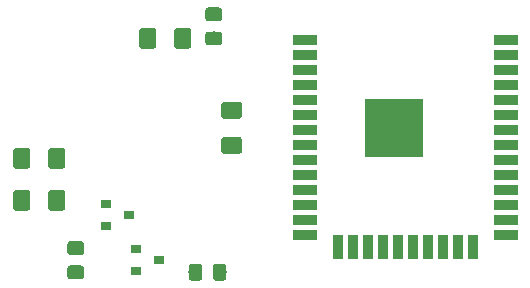
<source format=gbr>
G04 #@! TF.GenerationSoftware,KiCad,Pcbnew,5.1.4-e60b266~84~ubuntu19.04.1*
G04 #@! TF.CreationDate,2019-10-25T19:11:23+03:00*
G04 #@! TF.ProjectId,temp_monitor,74656d70-5f6d-46f6-9e69-746f722e6b69,rev?*
G04 #@! TF.SameCoordinates,Original*
G04 #@! TF.FileFunction,Paste,Top*
G04 #@! TF.FilePolarity,Positive*
%FSLAX46Y46*%
G04 Gerber Fmt 4.6, Leading zero omitted, Abs format (unit mm)*
G04 Created by KiCad (PCBNEW 5.1.4-e60b266~84~ubuntu19.04.1) date 2019-10-25 19:11:23*
%MOMM*%
%LPD*%
G04 APERTURE LIST*
%ADD10R,5.000000X5.000000*%
%ADD11R,2.000000X0.900000*%
%ADD12R,0.900000X2.000000*%
%ADD13C,0.100000*%
%ADD14C,1.425000*%
%ADD15R,0.900000X0.800000*%
%ADD16C,1.150000*%
G04 APERTURE END LIST*
D10*
X126000000Y-97035000D03*
D11*
X118500000Y-89535000D03*
X118500000Y-90805000D03*
X118500000Y-92075000D03*
X118500000Y-93345000D03*
X118500000Y-94615000D03*
X118500000Y-95885000D03*
X118500000Y-97155000D03*
X118500000Y-98425000D03*
X118500000Y-99695000D03*
X118500000Y-100965000D03*
X118500000Y-102235000D03*
X118500000Y-103505000D03*
X118500000Y-104775000D03*
X118500000Y-106045000D03*
D12*
X121285000Y-107045000D03*
X122555000Y-107045000D03*
X123825000Y-107045000D03*
X125095000Y-107045000D03*
X126365000Y-107045000D03*
X127635000Y-107045000D03*
X128905000Y-107045000D03*
X130175000Y-107045000D03*
X131445000Y-107045000D03*
X132715000Y-107045000D03*
D11*
X135500000Y-106045000D03*
X135500000Y-104775000D03*
X135500000Y-103505000D03*
X135500000Y-102235000D03*
X135500000Y-100965000D03*
X135500000Y-99695000D03*
X135500000Y-98425000D03*
X135500000Y-97155000D03*
X135500000Y-95885000D03*
X135500000Y-94615000D03*
X135500000Y-93345000D03*
X135500000Y-92075000D03*
X135500000Y-90805000D03*
X135500000Y-89535000D03*
D13*
G36*
X112917504Y-94792704D02*
G01*
X112941773Y-94796304D01*
X112965571Y-94802265D01*
X112988671Y-94810530D01*
X113010849Y-94821020D01*
X113031893Y-94833633D01*
X113051598Y-94848247D01*
X113069777Y-94864723D01*
X113086253Y-94882902D01*
X113100867Y-94902607D01*
X113113480Y-94923651D01*
X113123970Y-94945829D01*
X113132235Y-94968929D01*
X113138196Y-94992727D01*
X113141796Y-95016996D01*
X113143000Y-95041500D01*
X113143000Y-95966500D01*
X113141796Y-95991004D01*
X113138196Y-96015273D01*
X113132235Y-96039071D01*
X113123970Y-96062171D01*
X113113480Y-96084349D01*
X113100867Y-96105393D01*
X113086253Y-96125098D01*
X113069777Y-96143277D01*
X113051598Y-96159753D01*
X113031893Y-96174367D01*
X113010849Y-96186980D01*
X112988671Y-96197470D01*
X112965571Y-96205735D01*
X112941773Y-96211696D01*
X112917504Y-96215296D01*
X112893000Y-96216500D01*
X111643000Y-96216500D01*
X111618496Y-96215296D01*
X111594227Y-96211696D01*
X111570429Y-96205735D01*
X111547329Y-96197470D01*
X111525151Y-96186980D01*
X111504107Y-96174367D01*
X111484402Y-96159753D01*
X111466223Y-96143277D01*
X111449747Y-96125098D01*
X111435133Y-96105393D01*
X111422520Y-96084349D01*
X111412030Y-96062171D01*
X111403765Y-96039071D01*
X111397804Y-96015273D01*
X111394204Y-95991004D01*
X111393000Y-95966500D01*
X111393000Y-95041500D01*
X111394204Y-95016996D01*
X111397804Y-94992727D01*
X111403765Y-94968929D01*
X111412030Y-94945829D01*
X111422520Y-94923651D01*
X111435133Y-94902607D01*
X111449747Y-94882902D01*
X111466223Y-94864723D01*
X111484402Y-94848247D01*
X111504107Y-94833633D01*
X111525151Y-94821020D01*
X111547329Y-94810530D01*
X111570429Y-94802265D01*
X111594227Y-94796304D01*
X111618496Y-94792704D01*
X111643000Y-94791500D01*
X112893000Y-94791500D01*
X112917504Y-94792704D01*
X112917504Y-94792704D01*
G37*
D14*
X112268000Y-95504000D03*
D13*
G36*
X112917504Y-97767704D02*
G01*
X112941773Y-97771304D01*
X112965571Y-97777265D01*
X112988671Y-97785530D01*
X113010849Y-97796020D01*
X113031893Y-97808633D01*
X113051598Y-97823247D01*
X113069777Y-97839723D01*
X113086253Y-97857902D01*
X113100867Y-97877607D01*
X113113480Y-97898651D01*
X113123970Y-97920829D01*
X113132235Y-97943929D01*
X113138196Y-97967727D01*
X113141796Y-97991996D01*
X113143000Y-98016500D01*
X113143000Y-98941500D01*
X113141796Y-98966004D01*
X113138196Y-98990273D01*
X113132235Y-99014071D01*
X113123970Y-99037171D01*
X113113480Y-99059349D01*
X113100867Y-99080393D01*
X113086253Y-99100098D01*
X113069777Y-99118277D01*
X113051598Y-99134753D01*
X113031893Y-99149367D01*
X113010849Y-99161980D01*
X112988671Y-99172470D01*
X112965571Y-99180735D01*
X112941773Y-99186696D01*
X112917504Y-99190296D01*
X112893000Y-99191500D01*
X111643000Y-99191500D01*
X111618496Y-99190296D01*
X111594227Y-99186696D01*
X111570429Y-99180735D01*
X111547329Y-99172470D01*
X111525151Y-99161980D01*
X111504107Y-99149367D01*
X111484402Y-99134753D01*
X111466223Y-99118277D01*
X111449747Y-99100098D01*
X111435133Y-99080393D01*
X111422520Y-99059349D01*
X111412030Y-99037171D01*
X111403765Y-99014071D01*
X111397804Y-98990273D01*
X111394204Y-98966004D01*
X111393000Y-98941500D01*
X111393000Y-98016500D01*
X111394204Y-97991996D01*
X111397804Y-97967727D01*
X111403765Y-97943929D01*
X111412030Y-97920829D01*
X111422520Y-97898651D01*
X111435133Y-97877607D01*
X111449747Y-97857902D01*
X111466223Y-97839723D01*
X111484402Y-97823247D01*
X111504107Y-97808633D01*
X111525151Y-97796020D01*
X111547329Y-97785530D01*
X111570429Y-97777265D01*
X111594227Y-97771304D01*
X111618496Y-97767704D01*
X111643000Y-97766500D01*
X112893000Y-97766500D01*
X112917504Y-97767704D01*
X112917504Y-97767704D01*
G37*
D14*
X112268000Y-98479000D03*
D13*
G36*
X97950004Y-98694204D02*
G01*
X97974273Y-98697804D01*
X97998071Y-98703765D01*
X98021171Y-98712030D01*
X98043349Y-98722520D01*
X98064393Y-98735133D01*
X98084098Y-98749747D01*
X98102277Y-98766223D01*
X98118753Y-98784402D01*
X98133367Y-98804107D01*
X98145980Y-98825151D01*
X98156470Y-98847329D01*
X98164735Y-98870429D01*
X98170696Y-98894227D01*
X98174296Y-98918496D01*
X98175500Y-98943000D01*
X98175500Y-100193000D01*
X98174296Y-100217504D01*
X98170696Y-100241773D01*
X98164735Y-100265571D01*
X98156470Y-100288671D01*
X98145980Y-100310849D01*
X98133367Y-100331893D01*
X98118753Y-100351598D01*
X98102277Y-100369777D01*
X98084098Y-100386253D01*
X98064393Y-100400867D01*
X98043349Y-100413480D01*
X98021171Y-100423970D01*
X97998071Y-100432235D01*
X97974273Y-100438196D01*
X97950004Y-100441796D01*
X97925500Y-100443000D01*
X97000500Y-100443000D01*
X96975996Y-100441796D01*
X96951727Y-100438196D01*
X96927929Y-100432235D01*
X96904829Y-100423970D01*
X96882651Y-100413480D01*
X96861607Y-100400867D01*
X96841902Y-100386253D01*
X96823723Y-100369777D01*
X96807247Y-100351598D01*
X96792633Y-100331893D01*
X96780020Y-100310849D01*
X96769530Y-100288671D01*
X96761265Y-100265571D01*
X96755304Y-100241773D01*
X96751704Y-100217504D01*
X96750500Y-100193000D01*
X96750500Y-98943000D01*
X96751704Y-98918496D01*
X96755304Y-98894227D01*
X96761265Y-98870429D01*
X96769530Y-98847329D01*
X96780020Y-98825151D01*
X96792633Y-98804107D01*
X96807247Y-98784402D01*
X96823723Y-98766223D01*
X96841902Y-98749747D01*
X96861607Y-98735133D01*
X96882651Y-98722520D01*
X96904829Y-98712030D01*
X96927929Y-98703765D01*
X96951727Y-98697804D01*
X96975996Y-98694204D01*
X97000500Y-98693000D01*
X97925500Y-98693000D01*
X97950004Y-98694204D01*
X97950004Y-98694204D01*
G37*
D14*
X97463000Y-99568000D03*
D13*
G36*
X94975004Y-98694204D02*
G01*
X94999273Y-98697804D01*
X95023071Y-98703765D01*
X95046171Y-98712030D01*
X95068349Y-98722520D01*
X95089393Y-98735133D01*
X95109098Y-98749747D01*
X95127277Y-98766223D01*
X95143753Y-98784402D01*
X95158367Y-98804107D01*
X95170980Y-98825151D01*
X95181470Y-98847329D01*
X95189735Y-98870429D01*
X95195696Y-98894227D01*
X95199296Y-98918496D01*
X95200500Y-98943000D01*
X95200500Y-100193000D01*
X95199296Y-100217504D01*
X95195696Y-100241773D01*
X95189735Y-100265571D01*
X95181470Y-100288671D01*
X95170980Y-100310849D01*
X95158367Y-100331893D01*
X95143753Y-100351598D01*
X95127277Y-100369777D01*
X95109098Y-100386253D01*
X95089393Y-100400867D01*
X95068349Y-100413480D01*
X95046171Y-100423970D01*
X95023071Y-100432235D01*
X94999273Y-100438196D01*
X94975004Y-100441796D01*
X94950500Y-100443000D01*
X94025500Y-100443000D01*
X94000996Y-100441796D01*
X93976727Y-100438196D01*
X93952929Y-100432235D01*
X93929829Y-100423970D01*
X93907651Y-100413480D01*
X93886607Y-100400867D01*
X93866902Y-100386253D01*
X93848723Y-100369777D01*
X93832247Y-100351598D01*
X93817633Y-100331893D01*
X93805020Y-100310849D01*
X93794530Y-100288671D01*
X93786265Y-100265571D01*
X93780304Y-100241773D01*
X93776704Y-100217504D01*
X93775500Y-100193000D01*
X93775500Y-98943000D01*
X93776704Y-98918496D01*
X93780304Y-98894227D01*
X93786265Y-98870429D01*
X93794530Y-98847329D01*
X93805020Y-98825151D01*
X93817633Y-98804107D01*
X93832247Y-98784402D01*
X93848723Y-98766223D01*
X93866902Y-98749747D01*
X93886607Y-98735133D01*
X93907651Y-98722520D01*
X93929829Y-98712030D01*
X93952929Y-98703765D01*
X93976727Y-98697804D01*
X94000996Y-98694204D01*
X94025500Y-98693000D01*
X94950500Y-98693000D01*
X94975004Y-98694204D01*
X94975004Y-98694204D01*
G37*
D14*
X94488000Y-99568000D03*
D13*
G36*
X94975004Y-102250204D02*
G01*
X94999273Y-102253804D01*
X95023071Y-102259765D01*
X95046171Y-102268030D01*
X95068349Y-102278520D01*
X95089393Y-102291133D01*
X95109098Y-102305747D01*
X95127277Y-102322223D01*
X95143753Y-102340402D01*
X95158367Y-102360107D01*
X95170980Y-102381151D01*
X95181470Y-102403329D01*
X95189735Y-102426429D01*
X95195696Y-102450227D01*
X95199296Y-102474496D01*
X95200500Y-102499000D01*
X95200500Y-103749000D01*
X95199296Y-103773504D01*
X95195696Y-103797773D01*
X95189735Y-103821571D01*
X95181470Y-103844671D01*
X95170980Y-103866849D01*
X95158367Y-103887893D01*
X95143753Y-103907598D01*
X95127277Y-103925777D01*
X95109098Y-103942253D01*
X95089393Y-103956867D01*
X95068349Y-103969480D01*
X95046171Y-103979970D01*
X95023071Y-103988235D01*
X94999273Y-103994196D01*
X94975004Y-103997796D01*
X94950500Y-103999000D01*
X94025500Y-103999000D01*
X94000996Y-103997796D01*
X93976727Y-103994196D01*
X93952929Y-103988235D01*
X93929829Y-103979970D01*
X93907651Y-103969480D01*
X93886607Y-103956867D01*
X93866902Y-103942253D01*
X93848723Y-103925777D01*
X93832247Y-103907598D01*
X93817633Y-103887893D01*
X93805020Y-103866849D01*
X93794530Y-103844671D01*
X93786265Y-103821571D01*
X93780304Y-103797773D01*
X93776704Y-103773504D01*
X93775500Y-103749000D01*
X93775500Y-102499000D01*
X93776704Y-102474496D01*
X93780304Y-102450227D01*
X93786265Y-102426429D01*
X93794530Y-102403329D01*
X93805020Y-102381151D01*
X93817633Y-102360107D01*
X93832247Y-102340402D01*
X93848723Y-102322223D01*
X93866902Y-102305747D01*
X93886607Y-102291133D01*
X93907651Y-102278520D01*
X93929829Y-102268030D01*
X93952929Y-102259765D01*
X93976727Y-102253804D01*
X94000996Y-102250204D01*
X94025500Y-102249000D01*
X94950500Y-102249000D01*
X94975004Y-102250204D01*
X94975004Y-102250204D01*
G37*
D14*
X94488000Y-103124000D03*
D13*
G36*
X97950004Y-102250204D02*
G01*
X97974273Y-102253804D01*
X97998071Y-102259765D01*
X98021171Y-102268030D01*
X98043349Y-102278520D01*
X98064393Y-102291133D01*
X98084098Y-102305747D01*
X98102277Y-102322223D01*
X98118753Y-102340402D01*
X98133367Y-102360107D01*
X98145980Y-102381151D01*
X98156470Y-102403329D01*
X98164735Y-102426429D01*
X98170696Y-102450227D01*
X98174296Y-102474496D01*
X98175500Y-102499000D01*
X98175500Y-103749000D01*
X98174296Y-103773504D01*
X98170696Y-103797773D01*
X98164735Y-103821571D01*
X98156470Y-103844671D01*
X98145980Y-103866849D01*
X98133367Y-103887893D01*
X98118753Y-103907598D01*
X98102277Y-103925777D01*
X98084098Y-103942253D01*
X98064393Y-103956867D01*
X98043349Y-103969480D01*
X98021171Y-103979970D01*
X97998071Y-103988235D01*
X97974273Y-103994196D01*
X97950004Y-103997796D01*
X97925500Y-103999000D01*
X97000500Y-103999000D01*
X96975996Y-103997796D01*
X96951727Y-103994196D01*
X96927929Y-103988235D01*
X96904829Y-103979970D01*
X96882651Y-103969480D01*
X96861607Y-103956867D01*
X96841902Y-103942253D01*
X96823723Y-103925777D01*
X96807247Y-103907598D01*
X96792633Y-103887893D01*
X96780020Y-103866849D01*
X96769530Y-103844671D01*
X96761265Y-103821571D01*
X96755304Y-103797773D01*
X96751704Y-103773504D01*
X96750500Y-103749000D01*
X96750500Y-102499000D01*
X96751704Y-102474496D01*
X96755304Y-102450227D01*
X96761265Y-102426429D01*
X96769530Y-102403329D01*
X96780020Y-102381151D01*
X96792633Y-102360107D01*
X96807247Y-102340402D01*
X96823723Y-102322223D01*
X96841902Y-102305747D01*
X96861607Y-102291133D01*
X96882651Y-102278520D01*
X96904829Y-102268030D01*
X96927929Y-102259765D01*
X96951727Y-102253804D01*
X96975996Y-102250204D01*
X97000500Y-102249000D01*
X97925500Y-102249000D01*
X97950004Y-102250204D01*
X97950004Y-102250204D01*
G37*
D14*
X97463000Y-103124000D03*
D13*
G36*
X105643004Y-88534204D02*
G01*
X105667273Y-88537804D01*
X105691071Y-88543765D01*
X105714171Y-88552030D01*
X105736349Y-88562520D01*
X105757393Y-88575133D01*
X105777098Y-88589747D01*
X105795277Y-88606223D01*
X105811753Y-88624402D01*
X105826367Y-88644107D01*
X105838980Y-88665151D01*
X105849470Y-88687329D01*
X105857735Y-88710429D01*
X105863696Y-88734227D01*
X105867296Y-88758496D01*
X105868500Y-88783000D01*
X105868500Y-90033000D01*
X105867296Y-90057504D01*
X105863696Y-90081773D01*
X105857735Y-90105571D01*
X105849470Y-90128671D01*
X105838980Y-90150849D01*
X105826367Y-90171893D01*
X105811753Y-90191598D01*
X105795277Y-90209777D01*
X105777098Y-90226253D01*
X105757393Y-90240867D01*
X105736349Y-90253480D01*
X105714171Y-90263970D01*
X105691071Y-90272235D01*
X105667273Y-90278196D01*
X105643004Y-90281796D01*
X105618500Y-90283000D01*
X104693500Y-90283000D01*
X104668996Y-90281796D01*
X104644727Y-90278196D01*
X104620929Y-90272235D01*
X104597829Y-90263970D01*
X104575651Y-90253480D01*
X104554607Y-90240867D01*
X104534902Y-90226253D01*
X104516723Y-90209777D01*
X104500247Y-90191598D01*
X104485633Y-90171893D01*
X104473020Y-90150849D01*
X104462530Y-90128671D01*
X104454265Y-90105571D01*
X104448304Y-90081773D01*
X104444704Y-90057504D01*
X104443500Y-90033000D01*
X104443500Y-88783000D01*
X104444704Y-88758496D01*
X104448304Y-88734227D01*
X104454265Y-88710429D01*
X104462530Y-88687329D01*
X104473020Y-88665151D01*
X104485633Y-88644107D01*
X104500247Y-88624402D01*
X104516723Y-88606223D01*
X104534902Y-88589747D01*
X104554607Y-88575133D01*
X104575651Y-88562520D01*
X104597829Y-88552030D01*
X104620929Y-88543765D01*
X104644727Y-88537804D01*
X104668996Y-88534204D01*
X104693500Y-88533000D01*
X105618500Y-88533000D01*
X105643004Y-88534204D01*
X105643004Y-88534204D01*
G37*
D14*
X105156000Y-89408000D03*
D13*
G36*
X108618004Y-88534204D02*
G01*
X108642273Y-88537804D01*
X108666071Y-88543765D01*
X108689171Y-88552030D01*
X108711349Y-88562520D01*
X108732393Y-88575133D01*
X108752098Y-88589747D01*
X108770277Y-88606223D01*
X108786753Y-88624402D01*
X108801367Y-88644107D01*
X108813980Y-88665151D01*
X108824470Y-88687329D01*
X108832735Y-88710429D01*
X108838696Y-88734227D01*
X108842296Y-88758496D01*
X108843500Y-88783000D01*
X108843500Y-90033000D01*
X108842296Y-90057504D01*
X108838696Y-90081773D01*
X108832735Y-90105571D01*
X108824470Y-90128671D01*
X108813980Y-90150849D01*
X108801367Y-90171893D01*
X108786753Y-90191598D01*
X108770277Y-90209777D01*
X108752098Y-90226253D01*
X108732393Y-90240867D01*
X108711349Y-90253480D01*
X108689171Y-90263970D01*
X108666071Y-90272235D01*
X108642273Y-90278196D01*
X108618004Y-90281796D01*
X108593500Y-90283000D01*
X107668500Y-90283000D01*
X107643996Y-90281796D01*
X107619727Y-90278196D01*
X107595929Y-90272235D01*
X107572829Y-90263970D01*
X107550651Y-90253480D01*
X107529607Y-90240867D01*
X107509902Y-90226253D01*
X107491723Y-90209777D01*
X107475247Y-90191598D01*
X107460633Y-90171893D01*
X107448020Y-90150849D01*
X107437530Y-90128671D01*
X107429265Y-90105571D01*
X107423304Y-90081773D01*
X107419704Y-90057504D01*
X107418500Y-90033000D01*
X107418500Y-88783000D01*
X107419704Y-88758496D01*
X107423304Y-88734227D01*
X107429265Y-88710429D01*
X107437530Y-88687329D01*
X107448020Y-88665151D01*
X107460633Y-88644107D01*
X107475247Y-88624402D01*
X107491723Y-88606223D01*
X107509902Y-88589747D01*
X107529607Y-88575133D01*
X107550651Y-88562520D01*
X107572829Y-88552030D01*
X107595929Y-88543765D01*
X107619727Y-88537804D01*
X107643996Y-88534204D01*
X107668500Y-88533000D01*
X108593500Y-88533000D01*
X108618004Y-88534204D01*
X108618004Y-88534204D01*
G37*
D14*
X108131000Y-89408000D03*
D15*
X104156000Y-107254000D03*
X104156000Y-109154000D03*
X106156000Y-108204000D03*
X103616000Y-104394000D03*
X101616000Y-105344000D03*
X101616000Y-103444000D03*
D13*
G36*
X99534505Y-106596204D02*
G01*
X99558773Y-106599804D01*
X99582572Y-106605765D01*
X99605671Y-106614030D01*
X99627850Y-106624520D01*
X99648893Y-106637132D01*
X99668599Y-106651747D01*
X99686777Y-106668223D01*
X99703253Y-106686401D01*
X99717868Y-106706107D01*
X99730480Y-106727150D01*
X99740970Y-106749329D01*
X99749235Y-106772428D01*
X99755196Y-106796227D01*
X99758796Y-106820495D01*
X99760000Y-106844999D01*
X99760000Y-107495001D01*
X99758796Y-107519505D01*
X99755196Y-107543773D01*
X99749235Y-107567572D01*
X99740970Y-107590671D01*
X99730480Y-107612850D01*
X99717868Y-107633893D01*
X99703253Y-107653599D01*
X99686777Y-107671777D01*
X99668599Y-107688253D01*
X99648893Y-107702868D01*
X99627850Y-107715480D01*
X99605671Y-107725970D01*
X99582572Y-107734235D01*
X99558773Y-107740196D01*
X99534505Y-107743796D01*
X99510001Y-107745000D01*
X98609999Y-107745000D01*
X98585495Y-107743796D01*
X98561227Y-107740196D01*
X98537428Y-107734235D01*
X98514329Y-107725970D01*
X98492150Y-107715480D01*
X98471107Y-107702868D01*
X98451401Y-107688253D01*
X98433223Y-107671777D01*
X98416747Y-107653599D01*
X98402132Y-107633893D01*
X98389520Y-107612850D01*
X98379030Y-107590671D01*
X98370765Y-107567572D01*
X98364804Y-107543773D01*
X98361204Y-107519505D01*
X98360000Y-107495001D01*
X98360000Y-106844999D01*
X98361204Y-106820495D01*
X98364804Y-106796227D01*
X98370765Y-106772428D01*
X98379030Y-106749329D01*
X98389520Y-106727150D01*
X98402132Y-106706107D01*
X98416747Y-106686401D01*
X98433223Y-106668223D01*
X98451401Y-106651747D01*
X98471107Y-106637132D01*
X98492150Y-106624520D01*
X98514329Y-106614030D01*
X98537428Y-106605765D01*
X98561227Y-106599804D01*
X98585495Y-106596204D01*
X98609999Y-106595000D01*
X99510001Y-106595000D01*
X99534505Y-106596204D01*
X99534505Y-106596204D01*
G37*
D16*
X99060000Y-107170000D03*
D13*
G36*
X99534505Y-108646204D02*
G01*
X99558773Y-108649804D01*
X99582572Y-108655765D01*
X99605671Y-108664030D01*
X99627850Y-108674520D01*
X99648893Y-108687132D01*
X99668599Y-108701747D01*
X99686777Y-108718223D01*
X99703253Y-108736401D01*
X99717868Y-108756107D01*
X99730480Y-108777150D01*
X99740970Y-108799329D01*
X99749235Y-108822428D01*
X99755196Y-108846227D01*
X99758796Y-108870495D01*
X99760000Y-108894999D01*
X99760000Y-109545001D01*
X99758796Y-109569505D01*
X99755196Y-109593773D01*
X99749235Y-109617572D01*
X99740970Y-109640671D01*
X99730480Y-109662850D01*
X99717868Y-109683893D01*
X99703253Y-109703599D01*
X99686777Y-109721777D01*
X99668599Y-109738253D01*
X99648893Y-109752868D01*
X99627850Y-109765480D01*
X99605671Y-109775970D01*
X99582572Y-109784235D01*
X99558773Y-109790196D01*
X99534505Y-109793796D01*
X99510001Y-109795000D01*
X98609999Y-109795000D01*
X98585495Y-109793796D01*
X98561227Y-109790196D01*
X98537428Y-109784235D01*
X98514329Y-109775970D01*
X98492150Y-109765480D01*
X98471107Y-109752868D01*
X98451401Y-109738253D01*
X98433223Y-109721777D01*
X98416747Y-109703599D01*
X98402132Y-109683893D01*
X98389520Y-109662850D01*
X98379030Y-109640671D01*
X98370765Y-109617572D01*
X98364804Y-109593773D01*
X98361204Y-109569505D01*
X98360000Y-109545001D01*
X98360000Y-108894999D01*
X98361204Y-108870495D01*
X98364804Y-108846227D01*
X98370765Y-108822428D01*
X98379030Y-108799329D01*
X98389520Y-108777150D01*
X98402132Y-108756107D01*
X98416747Y-108736401D01*
X98433223Y-108718223D01*
X98451401Y-108701747D01*
X98471107Y-108687132D01*
X98492150Y-108674520D01*
X98514329Y-108664030D01*
X98537428Y-108655765D01*
X98561227Y-108649804D01*
X98585495Y-108646204D01*
X98609999Y-108645000D01*
X99510001Y-108645000D01*
X99534505Y-108646204D01*
X99534505Y-108646204D01*
G37*
D16*
X99060000Y-109220000D03*
D13*
G36*
X111218505Y-86802204D02*
G01*
X111242773Y-86805804D01*
X111266572Y-86811765D01*
X111289671Y-86820030D01*
X111311850Y-86830520D01*
X111332893Y-86843132D01*
X111352599Y-86857747D01*
X111370777Y-86874223D01*
X111387253Y-86892401D01*
X111401868Y-86912107D01*
X111414480Y-86933150D01*
X111424970Y-86955329D01*
X111433235Y-86978428D01*
X111439196Y-87002227D01*
X111442796Y-87026495D01*
X111444000Y-87050999D01*
X111444000Y-87701001D01*
X111442796Y-87725505D01*
X111439196Y-87749773D01*
X111433235Y-87773572D01*
X111424970Y-87796671D01*
X111414480Y-87818850D01*
X111401868Y-87839893D01*
X111387253Y-87859599D01*
X111370777Y-87877777D01*
X111352599Y-87894253D01*
X111332893Y-87908868D01*
X111311850Y-87921480D01*
X111289671Y-87931970D01*
X111266572Y-87940235D01*
X111242773Y-87946196D01*
X111218505Y-87949796D01*
X111194001Y-87951000D01*
X110293999Y-87951000D01*
X110269495Y-87949796D01*
X110245227Y-87946196D01*
X110221428Y-87940235D01*
X110198329Y-87931970D01*
X110176150Y-87921480D01*
X110155107Y-87908868D01*
X110135401Y-87894253D01*
X110117223Y-87877777D01*
X110100747Y-87859599D01*
X110086132Y-87839893D01*
X110073520Y-87818850D01*
X110063030Y-87796671D01*
X110054765Y-87773572D01*
X110048804Y-87749773D01*
X110045204Y-87725505D01*
X110044000Y-87701001D01*
X110044000Y-87050999D01*
X110045204Y-87026495D01*
X110048804Y-87002227D01*
X110054765Y-86978428D01*
X110063030Y-86955329D01*
X110073520Y-86933150D01*
X110086132Y-86912107D01*
X110100747Y-86892401D01*
X110117223Y-86874223D01*
X110135401Y-86857747D01*
X110155107Y-86843132D01*
X110176150Y-86830520D01*
X110198329Y-86820030D01*
X110221428Y-86811765D01*
X110245227Y-86805804D01*
X110269495Y-86802204D01*
X110293999Y-86801000D01*
X111194001Y-86801000D01*
X111218505Y-86802204D01*
X111218505Y-86802204D01*
G37*
D16*
X110744000Y-87376000D03*
D13*
G36*
X111218505Y-88852204D02*
G01*
X111242773Y-88855804D01*
X111266572Y-88861765D01*
X111289671Y-88870030D01*
X111311850Y-88880520D01*
X111332893Y-88893132D01*
X111352599Y-88907747D01*
X111370777Y-88924223D01*
X111387253Y-88942401D01*
X111401868Y-88962107D01*
X111414480Y-88983150D01*
X111424970Y-89005329D01*
X111433235Y-89028428D01*
X111439196Y-89052227D01*
X111442796Y-89076495D01*
X111444000Y-89100999D01*
X111444000Y-89751001D01*
X111442796Y-89775505D01*
X111439196Y-89799773D01*
X111433235Y-89823572D01*
X111424970Y-89846671D01*
X111414480Y-89868850D01*
X111401868Y-89889893D01*
X111387253Y-89909599D01*
X111370777Y-89927777D01*
X111352599Y-89944253D01*
X111332893Y-89958868D01*
X111311850Y-89971480D01*
X111289671Y-89981970D01*
X111266572Y-89990235D01*
X111242773Y-89996196D01*
X111218505Y-89999796D01*
X111194001Y-90001000D01*
X110293999Y-90001000D01*
X110269495Y-89999796D01*
X110245227Y-89996196D01*
X110221428Y-89990235D01*
X110198329Y-89981970D01*
X110176150Y-89971480D01*
X110155107Y-89958868D01*
X110135401Y-89944253D01*
X110117223Y-89927777D01*
X110100747Y-89909599D01*
X110086132Y-89889893D01*
X110073520Y-89868850D01*
X110063030Y-89846671D01*
X110054765Y-89823572D01*
X110048804Y-89799773D01*
X110045204Y-89775505D01*
X110044000Y-89751001D01*
X110044000Y-89100999D01*
X110045204Y-89076495D01*
X110048804Y-89052227D01*
X110054765Y-89028428D01*
X110063030Y-89005329D01*
X110073520Y-88983150D01*
X110086132Y-88962107D01*
X110100747Y-88942401D01*
X110117223Y-88924223D01*
X110135401Y-88907747D01*
X110155107Y-88893132D01*
X110176150Y-88880520D01*
X110198329Y-88870030D01*
X110221428Y-88861765D01*
X110245227Y-88855804D01*
X110269495Y-88852204D01*
X110293999Y-88851000D01*
X111194001Y-88851000D01*
X111218505Y-88852204D01*
X111218505Y-88852204D01*
G37*
D16*
X110744000Y-89426000D03*
D13*
G36*
X109551505Y-108521204D02*
G01*
X109575773Y-108524804D01*
X109599572Y-108530765D01*
X109622671Y-108539030D01*
X109644850Y-108549520D01*
X109665893Y-108562132D01*
X109685599Y-108576747D01*
X109703777Y-108593223D01*
X109720253Y-108611401D01*
X109734868Y-108631107D01*
X109747480Y-108652150D01*
X109757970Y-108674329D01*
X109766235Y-108697428D01*
X109772196Y-108721227D01*
X109775796Y-108745495D01*
X109777000Y-108769999D01*
X109777000Y-109670001D01*
X109775796Y-109694505D01*
X109772196Y-109718773D01*
X109766235Y-109742572D01*
X109757970Y-109765671D01*
X109747480Y-109787850D01*
X109734868Y-109808893D01*
X109720253Y-109828599D01*
X109703777Y-109846777D01*
X109685599Y-109863253D01*
X109665893Y-109877868D01*
X109644850Y-109890480D01*
X109622671Y-109900970D01*
X109599572Y-109909235D01*
X109575773Y-109915196D01*
X109551505Y-109918796D01*
X109527001Y-109920000D01*
X108876999Y-109920000D01*
X108852495Y-109918796D01*
X108828227Y-109915196D01*
X108804428Y-109909235D01*
X108781329Y-109900970D01*
X108759150Y-109890480D01*
X108738107Y-109877868D01*
X108718401Y-109863253D01*
X108700223Y-109846777D01*
X108683747Y-109828599D01*
X108669132Y-109808893D01*
X108656520Y-109787850D01*
X108646030Y-109765671D01*
X108637765Y-109742572D01*
X108631804Y-109718773D01*
X108628204Y-109694505D01*
X108627000Y-109670001D01*
X108627000Y-108769999D01*
X108628204Y-108745495D01*
X108631804Y-108721227D01*
X108637765Y-108697428D01*
X108646030Y-108674329D01*
X108656520Y-108652150D01*
X108669132Y-108631107D01*
X108683747Y-108611401D01*
X108700223Y-108593223D01*
X108718401Y-108576747D01*
X108738107Y-108562132D01*
X108759150Y-108549520D01*
X108781329Y-108539030D01*
X108804428Y-108530765D01*
X108828227Y-108524804D01*
X108852495Y-108521204D01*
X108876999Y-108520000D01*
X109527001Y-108520000D01*
X109551505Y-108521204D01*
X109551505Y-108521204D01*
G37*
D16*
X109202000Y-109220000D03*
D13*
G36*
X111601505Y-108521204D02*
G01*
X111625773Y-108524804D01*
X111649572Y-108530765D01*
X111672671Y-108539030D01*
X111694850Y-108549520D01*
X111715893Y-108562132D01*
X111735599Y-108576747D01*
X111753777Y-108593223D01*
X111770253Y-108611401D01*
X111784868Y-108631107D01*
X111797480Y-108652150D01*
X111807970Y-108674329D01*
X111816235Y-108697428D01*
X111822196Y-108721227D01*
X111825796Y-108745495D01*
X111827000Y-108769999D01*
X111827000Y-109670001D01*
X111825796Y-109694505D01*
X111822196Y-109718773D01*
X111816235Y-109742572D01*
X111807970Y-109765671D01*
X111797480Y-109787850D01*
X111784868Y-109808893D01*
X111770253Y-109828599D01*
X111753777Y-109846777D01*
X111735599Y-109863253D01*
X111715893Y-109877868D01*
X111694850Y-109890480D01*
X111672671Y-109900970D01*
X111649572Y-109909235D01*
X111625773Y-109915196D01*
X111601505Y-109918796D01*
X111577001Y-109920000D01*
X110926999Y-109920000D01*
X110902495Y-109918796D01*
X110878227Y-109915196D01*
X110854428Y-109909235D01*
X110831329Y-109900970D01*
X110809150Y-109890480D01*
X110788107Y-109877868D01*
X110768401Y-109863253D01*
X110750223Y-109846777D01*
X110733747Y-109828599D01*
X110719132Y-109808893D01*
X110706520Y-109787850D01*
X110696030Y-109765671D01*
X110687765Y-109742572D01*
X110681804Y-109718773D01*
X110678204Y-109694505D01*
X110677000Y-109670001D01*
X110677000Y-108769999D01*
X110678204Y-108745495D01*
X110681804Y-108721227D01*
X110687765Y-108697428D01*
X110696030Y-108674329D01*
X110706520Y-108652150D01*
X110719132Y-108631107D01*
X110733747Y-108611401D01*
X110750223Y-108593223D01*
X110768401Y-108576747D01*
X110788107Y-108562132D01*
X110809150Y-108549520D01*
X110831329Y-108539030D01*
X110854428Y-108530765D01*
X110878227Y-108524804D01*
X110902495Y-108521204D01*
X110926999Y-108520000D01*
X111577001Y-108520000D01*
X111601505Y-108521204D01*
X111601505Y-108521204D01*
G37*
D16*
X111252000Y-109220000D03*
M02*

</source>
